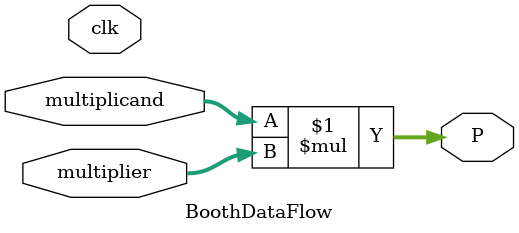
<source format=v>
`timescale 1ns / 1ps
module BoothDataFlow(P,multiplicand,multiplier,clk);

input signed [3:0] multiplicand,multiplier;
input clk;
output reg [7:0] P;
	assign P = multiplicand * multiplier; // for using dedicated multiplier	
endmodule

</source>
